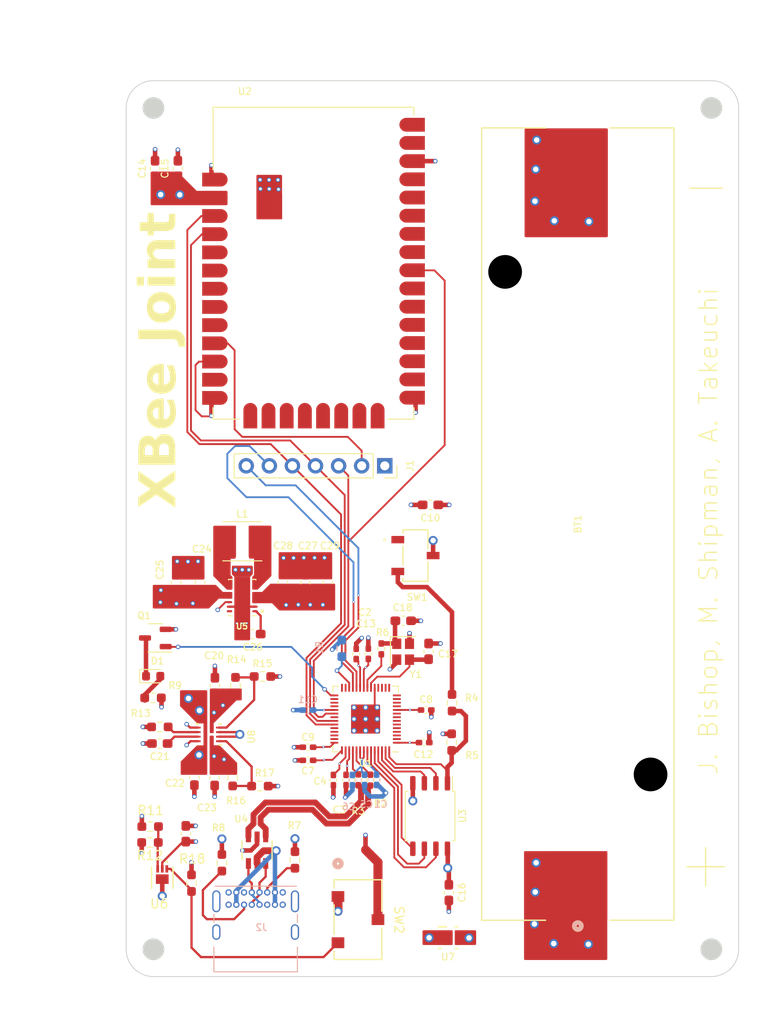
<source format=kicad_pcb>
(kicad_pcb (version 20221018) (generator pcbnew)
  (layers (0 "F.Cu" signal) (1 "In1.Cu" signal) (2 "In2.Cu" signal) (31 "B.Cu" signal) (34 "B.Paste" user) (35 "F.Paste" user) (36 "B.SilkS" user "B.Silkscreen") (37 "F.SilkS" user "F.Silkscreen") (38 "B.Mask" user) (39 "F.Mask" user) (44 "Edge.Cuts" user))
  (net 0 "")
  (net 1 "+BATT")
  (net 2 "GND")
  (net 3 "+1V1")
  (net 4 "+3V3")
  (net 5 "/XIN")
  (net 6 "Net-(C18-Pad2)")
  (net 7 "VCC")
  (net 8 "VBUS")
  (net 9 "Net-(U8-SS)")
  (net 10 "Net-(D1-K)")
  (net 11 "Net-(D1-A)")
  (net 12 "/XBEE_DTR")
  (net 13 "/XBEE_RTS")
  (net 14 "/XBEE_DIN")
  (net 15 "/XBEE_DOUT")
  (net 16 "/RP_SWD")
  (net 17 "/RP_SWCLK")
  (net 18 "Net-(J2-CC1)")
  (net 19 "Net-(J2-D+-PadA6)")
  (net 20 "Net-(J2-D--PadA7)")
  (net 22 "Net-(J2-CC2)")
  (net 24 "Net-(U5-L1_8)")
  (net 25 "Net-(U5-L2_6)")
  (net 26 "/LED")
  (net 27 "/USB_D+")
  (net 28 "Net-(U1-USB_DP)")
  (net 29 "/USB_D-")
  (net 30 "Net-(U1-USB_DM)")
  (net 31 "Net-(SW1-B)")
  (net 32 "/QSPI_SS")
  (net 33 "/XOUT")
  (net 34 "Net-(U8-ILM)")
  (net 35 "Net-(U8-PR1)")
  (net 36 "Net-(U8-CP2)")
  (net 64 "/QSPI_SD3")
  (net 65 "/QSPI_SCLK")
  (net 66 "/QSPI_SD0")
  (net 67 "/QSPI_SD2")
  (net 68 "/QSPI_SD1")
  (net 88 "Net-(U5-VINA)")
  (net 89 "Net-(U1-RUN)")
  (net 90 "Net-(U6-IN+)")
  (net 91 "Net-(SW2-C)")
  (net 92 "/LVC_CUTOFF")
  (footprint "Resistor_SMD:R_0402_1005Metric_Pad0.72x0.64mm_HandSolder" (layer "F.Cu") (at 107.95 102.61 90)
    (fp_text reference "R2")
    (fp_text value "27Ω")
  )
  (footprint "Capacitor_SMD:C_0603_1608Metric_Pad1.08x0.95mm_HandSolder" (layer "F.Cu") (at 89.21 80.86 90)
    (fp_text reference "C24")
    (fp_text value "10uF")
  )
  (footprint "Resistor_SMD:R_0603_1608Metric_Pad0.98x0.95mm_HandSolder" (layer "F.Cu") (at 99.65 111.3775 -90)
    (fp_text reference "R7")
    (fp_text value "5.1K")
  )
  (footprint "Resistor_SMD:R_0603_1608Metric_Pad0.98x0.95mm_HandSolder" (layer "F.Cu") (at 91.61 111.69 90)
    (fp_text reference "R8")
    (fp_text value "5.1K")
  )
  (footprint "BITSv5:1042_KEY" (layer "F.Cu") (at 130.77 74.46 90)
    (fp_text reference "BT1")
    (fp_text value "1S1P LiPo")
  )
  (footprint "Connector_PinSocket_2.54mm:PinSocket_1x07_P2.54mm_Vertical" (layer "F.Cu") (at 109.53 68.055 -90)
    (fp_text reference "J1")
    (fp_text value "Conn_01x07")
  )
  (footprint "Resistor_SMD:R_0603_1608Metric_Pad0.98x0.95mm_HandSolder" (layer "F.Cu") (at 96.074999 91.215)
    (fp_text reference "R15")
    (fp_text value "10K")
  )
  (footprint "Capacitor_SMD:C_0603_1608Metric_Pad1.08x0.95mm_HandSolder" (layer "F.Cu") (at 114.5525 72.35 180)
    (fp_text reference "C10")
    (fp_text value "10uF")
  )
  (footprint "Capacitor_SMD:C_0402_1005Metric_Pad0.74x0.62mm_HandSolder" (layer "F.Cu") (at 101.08 100.43 180)
    (fp_text reference "C7")
    (fp_text value "100nF")
  )
  (footprint "Resistor_SMD:R_0603_1608Metric_Pad0.98x0.95mm_HandSolder" (layer "F.Cu") (at 95.794999 103.265)
    (fp_text reference "R17")
    (fp_text value "22K")
  )
  (footprint "Resistor_SMD:R_0603_1608Metric_Pad0.98x0.95mm_HandSolder" (layer "F.Cu") (at 84.784999 96.755 180)
    (fp_text reference "R13")
    (fp_text value "46.4K")
  )
  (footprint "Resistor_SMD:R_0603_1608Metric_Pad0.98x0.95mm_HandSolder" (layer "F.Cu") (at 93.104999 92.225 90)
    (fp_text reference "R14")
    (fp_text value "10K")
  )
  (footprint "Capacitor_SMD:C_0603_1608Metric_Pad1.08x0.95mm_HandSolder" (layer "F.Cu") (at 100.79 80.88 90)
    (fp_text reference "C27")
    (fp_text value "22uF")
  )
  (footprint "Capacitor_SMD:C_0603_1608Metric_Pad1.08x0.95mm_HandSolder" (layer "F.Cu") (at 95.015 86.55 180)
    (fp_text reference "C26")
    (fp_text value "100nF")
  )
  (footprint "Resistor_SMD:R_0603_1608Metric_Pad0.98x0.95mm_HandSolder" (layer "F.Cu") (at 92.794999 102.335 -90)
    (fp_text reference "R16")
    (fp_text value "10K")
  )
  (footprint "Capacitor_SMD:C_0402_1005Metric_Pad0.74x0.62mm_HandSolder" (layer "F.Cu") (at 101.08 98.99 180)
    (fp_text reference "C9")
    (fp_text value "100nF")
  )
  (footprint "Capacitor_SMD:C_0402_1005Metric_Pad0.74x0.62mm_HandSolder" (layer "F.Cu") (at 103.88 102.6075 -90)
    (fp_text reference "C4")
    (fp_text value "1uF")
  )
  (footprint "Inductor_SMD:L_Coilcraft_XxL4040" (layer "F.Cu") (at 93.86 76.35)
    (fp_text reference "L1")
    (fp_text value "1.5uH")
  )
  (footprint "BITSv5:CAS-120TB_NDC-M" (layer "F.Cu") (at 112.9051 77.92 -90)
    (fp_text reference "SW1")
    (fp_text value "~")
  )
  (footprint "BITSv5:CL-SB-12B-01_NDC" (layer "F.Cu") (at 106.5781 117.939998 -90)
    (fp_text reference "SW2")
    (fp_text value "SLIDE")
  )
  (footprint "Capacitor_SMD:C_0603_1608Metric_Pad1.08x0.95mm_HandSolder" (layer "F.Cu") (at 88.584999 102.295 -90)
    (fp_text reference "C22")
    (fp_text value "1uF")
  )
  (footprint "BITSv5:SOT23-6L_STM-M" (layer "F.Cu") (at 95.479999 110.307549 -90)
    (fp_text reference "U4")
    (fp_text value "USBLC6-2SC6")
  )
  (footprint "Capacitor_SMD:C_0402_1005Metric_Pad0.74x0.62mm_HandSolder" (layer "F.Cu") (at 113.86 98.48)
    (fp_text reference "C12")
    (fp_text value "100nF")
  )
  (footprint "Capacitor_SMD:C_0603_1608Metric_Pad1.08x0.95mm_HandSolder" (layer "F.Cu") (at 84.774999 98.585 180)
    (fp_text reference "C21")
    (fp_text value "1uF")
  )
  (footprint "Resistor_SMD:R_0402_1005Metric_Pad0.72x0.64mm_HandSolder" (layer "F.Cu") (at 109.15 88.18 -90)
    (fp_text reference "R6")
    (fp_text value "1K")
  )
  (footprint "Capacitor_SMD:C_0603_1608Metric_Pad1.08x0.95mm_HandSolder" (layer "F.Cu") (at 114.35 88.45 -90)
    (fp_text reference "C17")
    (fp_text value "10pF")
  )
  (footprint "BITSv5:XCVR_XBP9X-DMUS-001" (layer "F.Cu") (at 101.69 45.7825)
    (fp_text reference "U2")
    (fp_text value "XBee_SMT")
  )
  (footprint "Resistor_SMD:R_0603_1608Metric_Pad0.98x0.95mm_HandSolder" (layer "F.Cu") (at 83.72 107.71)
    (fp_text reference "R11")
    (fp_text value "1.05M")
  )
  (footprint "Capacitor_SMD:C_0603_1608Metric_Pad1.08x0.95mm_HandSolder" (layer "F.Cu") (at 90.844999 92.215 90)
    (fp_text reference "C20")
    (fp_text value "10uF")
  )
  (footprint "BITSv5:DFN-3_DC_LIT" (layer "F.Cu") (at 85.05 113.3169 -90)
    (fp_text reference "U6")
    (fp_text value "LT6703CDC-3")
  )
  (footprint "Resistor_SMD:R_0603_1608Metric_Pad0.98x0.95mm_HandSolder" (layer "F.Cu") (at 83.7 109.46 180)
    (fp_text reference "R12")
    (fp_text value "154K")
  )
  (footprint "Capacitor_SMD:C_0603_1608Metric_Pad1.08x0.95mm_HandSolder" (layer "F.Cu") (at 111.56 85.09 180)
    (fp_text reference "C18")
    (fp_text value "10pF")
  )
  (footprint "Capacitor_SMD:C_0603_1608Metric_Pad1.08x0.95mm_HandSolder" (layer "F.Cu") (at 103.26 80.86 90)
    (fp_text reference "C29")
    (fp_text value "22uF")
  )
  (footprint "Capacitor_SMD:C_0402_1005Metric_Pad0.74x0.62mm_HandSolder" (layer "F.Cu") (at 107.72 88.7125 90)
    (fp_text reference "C13")
    (fp_text value "100nF")
  )
  (footprint "Capacitor_SMD:C_0603_1608Metric_Pad1.08x0.95mm_HandSolder" (layer "F.Cu") (at 86.59 80.87 90)
    (fp_text reference "C25")
    (fp_text value "10uF")
  )
  (footprint "Resistor_SMD:R_0603_1608Metric_Pad0.98x0.95mm_HandSolder" (layer "F.Cu") (at 84.03 93.56 180)
    (fp_text reference "R9")
    (fp_text value "470")
  )
  (footprint "Capacitor_SMD:C_0603_1608Metric_Pad1.08x0.95mm_HandSolder" (layer "F.Cu") (at 87.64 108.5 90)
    (fp_text reference "C19" hide)
    (fp_text value "1uF")
  )
  (footprint "Resistor_SMD:R_0402_1005Metric_Pad0.72x0.64mm_HandSolder" (layer "F.Cu") (at 106.62 102.57 90)
    (fp_text reference "R3")
    (fp_text value "27Ω")
  )
  (footprint "Capacitor_SMD:C_0402_1005Metric_Pad0.74x0.62mm_HandSolder" (layer "F.Cu") (at 114.08 94.9)
    (fp_text reference "C8")
    (fp_text value "100nF")
  )
  (footprint "Capacitor_SMD:C_0603_1608Metric_Pad1.08x0.95mm_HandSolder" (layer "F.Cu") (at 98.33 80.84 90)
    (fp_text reference "C28")
    (fp_text value "22uF")
  )
  (footprint "Capacitor_SMD:C_0603_1608Metric_Pad1.08x0.95mm_HandSolder" (layer "F.Cu") (at 84.26 35.38 90)
    (fp_text reference "C14")
    (fp_text value "1uF")
  )
  (footprint "Crystal:Crystal_SMD_2520-4Pin_2.5x2.0mm" (layer "F.Cu") (at 111.55 88.49 -90)
    (fp_text reference "Y1")
    (fp_text value "12MHz")
  )
  (footprint "Package_SO:SOIC-8_5.23x5.23mm_P1.27mm" (layer "F.Cu") (at 114.52 106.55 -90)
    (fp_text reference "U3")
    (fp_text value "W25Q128JVS")
  )
  (footprint "Resistor_SMD:R_0603_1608Metric_Pad0.98x0.95mm_HandSolder" (layer "F.Cu") (at 116.93 94.1 -90)
    (fp_text reference "R4")
    (fp_text value "1K")
  )
  (footprint "BITSv5:RP2040-QFN-56" (layer "F.Cu") (at 107.42 95.8925 180)
    (fp_text reference "U1")
    (fp_text value "MCU_RaspberryPi_RP2040_RP2040")
  )
  (footprint "Capacitor_SMD:C_0603_1608Metric_Pad1.08x0.95mm_HandSolder" (layer "F.Cu") (at 90.814999 102.335 -90)
    (fp_text reference "C23")
    (fp_text value "10uF")
  )
  (footprint "Capacitor_SMD:C_0402_1005Metric_Pad0.74x0.62mm_HandSolder" (layer "F.Cu") (at 105.27 102.595 -90)
    (fp_text reference "C3")
    (fp_text value "1uF")
  )
  (footprint "Resistor_SMD:R_0603_1608Metric_Pad0.98x0.95mm_HandSolder" (layer "F.Cu") (at 116.89 98.43 90)
    (fp_text reference "R5")
    (fp_text value "10K")
  )
  (footprint "BITSv5:IC_TPS63021DSJR" (layer "F.Cu") (at 93.85 82.54 180)
    (fp_text reference "U5")
    (fp_text value "TPS63021DSJR")
  )
  (footprint "Resistor_SMD:R_0603_1608Metric_Pad0.98x0.95mm_HandSolder" (layer "F.Cu") (at 88.27 113.93 -90)
    (fp_text reference "R18")
    (fp_text value "510K")
  )
  (footprint "Capacitor_SMD:C_0402_1005Metric_Pad0.74x0.62mm_HandSolder" (layer "F.Cu") (at 106.39 88.7325 90)
    (fp_text reference "C2")
    (fp_text value "100nF")
  )
  (footprint "LED_SMD:LED_0603_1608Metric" (layer "F.Cu") (at 84.05 91.18)
    (fp_text reference "D1")
    (fp_text value "LED")
  )
  (footprint "BITSv5:TVS1800" (layer "F.Cu") (at 116.49 119.92)
    (fp_text reference "U7")
    (fp_text value "TVS1800DRVR")
  )
  (footprint "Package_TO_SOT_SMD:SOT-23-3" (layer "F.Cu") (at 84.29 86.98 180)
    (fp_text reference "Q1")
    (fp_text value "Q_NMOS_GSD")
  )
  (footprint "Capacitor_SMD:C_0603_1608Metric_Pad1.08x0.95mm_HandSolder" (layer "F.Cu") (at 116.58 114.97 -90)
    (fp_text reference "C16")
    (fp_text value "100nF")
  )
  (footprint "BITSv5:TPS2121" (layer "F.Cu") (at 90.119998 97.58 90)
    (fp_text reference "U8")
    (fp_text value "TPS2121RUXR")
  )
  (footprint "Capacitor_SMD:C_0603_1608Metric_Pad1.08x0.95mm_HandSolder" (layer "F.Cu") (at 86.77 35.38 90)
    (fp_text reference "C15")
    (fp_text value "100pF")
  )
  (footprint "Capacitor_SMD:C_0402_1005Metric_Pad0.74x0.62mm_HandSolder" (layer "B.Cu") (at 108.63 102.57 -90)
    (fp_text reference "C1")
    (fp_text value "100nF")
  )
  (footprint "Capacitor_SMD:C_0402_1005Metric_Pad0.74x0.62mm_HandSolder" (layer "B.Cu") (at 105.97 102.61 -90)
    (fp_text reference "C6")
    (fp_text value "100nF")
  )
  (footprint "Capacitor_SMD:C_0402_1005Metric_Pad0.74x0.62mm_HandSolder" (layer "B.Cu") (at 107.31 102.58 -90)
    (fp_text reference "C5")
    (fp_text value "100nF")
  )
  (footprint "Resistor_SMD:R_0603_1608Metric_Pad0.98x0.95mm_HandSolder" (layer "B.Cu") (at 104.8 88.12 -90)
    (fp_text reference "R1")
    (fp_text value "10K")
  )
  (footprint "Capacitor_SMD:C_0402_1005Metric_Pad0.74x0.62mm_HandSolder" (layer "B.Cu") (at 101.0675 94.9075 180)
    (fp_text reference "C11")
    (fp_text value "100nF")
  )
  (footprint "Connector_USB:USB_C_Receptacle_GCT_USB4085" (layer "B.Cu") (at 98.3 114.95 180)
    (fp_text reference "J2")
    (fp_text value "USB_C_Receptacle_USB2.0")
  )
  (gr_line (start 142.765 112.12) (end 146.895 112.12) (stroke (width 0.15)) (layer "F.SilkS"))
  (gr_line (start 143.09 37.54) (end 146.67 37.54) (stroke (width 0.15)) (layer "F.SilkS"))
  (gr_line (start 144.83 110.055) (end 144.83 114.185) (stroke (width 0.15)) (layer "F.SilkS"))
  (gr_circle (center 145.46 121.2) (end 146.61 121.2) (stroke (width 0.1)) (fill solid) (layer "Edge.Cuts"))
  (gr_arc (start 81.08 28.72) (mid 81.95868 26.59868) (end 84.08 25.72) (stroke (width 0.1)) (layer "Edge.Cuts"))
  (gr_line (start 145.46 124.2) (end 84.08 124.2) (stroke (width 0.1)) (layer "Edge.Cuts"))
  (gr_line (start 148.46 28.72) (end 148.46 121.2) (stroke (width 0.1)) (layer "Edge.Cuts"))
  (gr_circle (center 145.46 28.72) (end 146.61 28.72) (stroke (width 0.1)) (fill solid) (layer "Edge.Cuts"))
  (gr_line (start 81.08 121.2) (end 81.08 28.72) (stroke (width 0.1)) (layer "Edge.Cuts"))
  (gr_circle (center 84.08 121.2) (end 85.23 121.2) (stroke (width 0.1)) (fill solid) (layer "Edge.Cuts"))
  (gr_arc (start 148.46 121.2) (mid 147.58132 123.32132) (end 145.46 124.2) (stroke (width 0.1)) (layer "Edge.Cuts"))
  (gr_arc (start 84.08 124.2) (mid 81.95868 123.32132) (end 81.08 121.2) (stroke (width 0.1)) (layer "Edge.Cuts"))
  (gr_line (start 84.08 25.72) (end 145.46 25.72) (stroke (width 0.1)) (layer "Edge.Cuts"))
  (gr_circle (center 84.08 28.72) (end 85.23 28.72) (stroke (width 0.1)) (fill solid) (layer "Edge.Cuts"))
  (gr_arc (start 145.46 25.72) (mid 147.58132 26.59868) (end 148.46 28.72) (stroke (width 0.1)) (layer "Edge.Cuts"))
  (gr_text "J. Bishop, M. Shipman, A. Takeuchi" (at 146.31 102.14 90) (layer "F.SilkS") (effects (font (size 2 2)) (justify left bottom)))
  (gr_text "XBee Joint" (at 87.17 72.76 90) (layer "F.SilkS") (effects (font (size 4 4) (thickness 0.4) bold) (justify left bottom)))
  (via (at 131.93 120.65) (size 1) (drill 0.6) (layers "F.Cu" "B.Cu") (net 1))
  (via (at 90.744999 95.185) (size 0.5) (drill 0.3) (layers "F.Cu" "B.Cu") (net 1))
  (via (at 128.12 120.57) (size 1) (drill 0.6) (layers "F.Cu" "B.Cu") (net 1))
  (via (at 125.99 118.42) (size 1) (drill 0.6) (layers "F.Cu" "B.Cu") (net 1))
  (via (at 91.724999 94.385) (size 0.5) (drill 0.3) (layers "F.Cu" "B.Cu") (net 1))
  (via (at 126.18 111.69) (size 1) (drill 0.6) (layers "F.Cu" "B.Cu") (net 1))
  (via (at 126.08 114.91) (size 1) (drill 0.6) (layers "F.Cu" "B.Cu") (net 1))
  (via (at 118.8 119.95) (size 1) (drill 0.6) (layers "F.Cu" "B.Cu") (net 1))
  (segment (start 98 91.215) (end 96.987499 91.215) (width 0.5) (layer "F.Cu") (net 2))
  (segment (start 112.4125 72.35) (end 113.69 72.35) (width 0.5) (layer "F.Cu") (net 2))
  (segment (start 113.5 85.09) (end 112.4225 85.09) (width 0.5) (layer "F.Cu") (net 2))
  (segment (start 114.4275 97.3575) (end 114.4275 98.48) (width 0.5) (layer "F.Cu") (net 2))
  (segment (start 92.45 83.54) (end 93.35 83.54) (width 0.25) (layer "F.Cu") (net 2))
  (segment (start 99.54 98.99) (end 100.5125 98.99) (width 0.5) (layer "F.Cu") (net 2))
  (segment (start 84.26 33.26) (end 84.26 34.5175) (width 0.5) (layer "F.Cu") (net 2))
  (segment (start 82.7875 110.6425) (end 82.7875 109.46) (width 0.5) (layer "F.Cu") (net 2))
  (segment (start 112.615 104.885) (end 112.615 102.95) (width 0.5) (layer "F.Cu") (net 2))
  (segment (start 93.584999 97.575) (end 93.329999 97.83) (width 0.25) (layer "F.Cu") (net 2))
  (segment (start 82.91 96.755) (end 83.872499 96.755) (width 0.5) (layer "F.Cu") (net 2))
  (segment (start 110.85 89.365) (end 110.85 89.66) (width 0.5) (layer "F.Cu") (net 2))
  (segment (start 95.479999 109.660246) (end 94.800245 110.34) (width 0.5) (layer "F.Cu") (net 2))
  (segment (start 88.72 107.6375) (end 87.64 107.6375) (width 0.5) (layer "F.Cu") (net 2))
  (segment (start 106.99 86.98) (end 106.39 87.58) (width 0.5) (layer "F.Cu") (net 2))
  (segment (start 107.72 86.95) (end 107.72 88.145) (width 0.5) (layer "F.Cu") (net 2))
  (segment (start 85.4275 86.03) (end 86.55 86.03) (width 0.5) (layer "F.Cu") (net 2))
  (segment (start 115.6625 87.5875) (end 114.35 87.5875) (width 0.5) (layer "F.Cu") (net 2))
  (segment (start 108.42 92.455) (end 108.42 94.3425) (width 0.2) (layer "F.Cu") (net 2))
  (segment (start 85.05 115.35) (end 85.05 113.4919) (width 0.5) (layer "F.Cu") (net 2))
  (segment (start 91.61 109.07) (end 91.61 110.7775) (width 0.5) (layer "F.Cu") (net 2))
  (segment (start 86.77 33.31) (end 86.77 34.5175) (width 0.5) (layer "F.Cu") (net 2))
  (segment (start 88.71 56.98) (end 88.71 61.94) (width 0.2) (layer "F.Cu") (net 2))
  (segment (start 88.97 96.829999) (end 88.109998 96.829999) (width 0.25) (layer "F.Cu") (net 2))
  (segment (start 93.339999 97.33) (end 91.269998 97.33) (width 0.25) (layer "F.Cu") (net 2))
  (segment (start 104.379999 115.399998) (end 104.379999 117.030002) (width 1) (layer "F.Cu") (net 2))
  (segment (start 90.844999 90.054999) (end 90.844999 91.3525) (width 0.5) (layer "F.Cu") (net 2))
  (segment (start 89.09 56.6) (end 88.71 56.98) (width 0.2) (layer "F.Cu") (net 2))
  (segment (start 88.71 61.94) (end 89.39 62.62) (width 0.2) (layer "F.Cu") (net 2))
  (segment (start 88.97 98.330001) (end 88.159998 98.330001) (width 0.25) (layer "F.Cu") (net 2))
  (segment (start 82.92 98.585) (end 83.912499 98.585) (width 0.5) (layer "F.Cu") (net 2))
  (segment (start 89.39 62.62) (end 90.4 62.62) (width 0.2) (layer "F.Cu") (net 2))
  (segment (start 88.584999 104.424999) (end 88.584999 103.1575) (width 0.5) (layer "F.Cu") (net 2))
  (segment (start 114.8474 76.2626) (end 114.8474 77.92) (width 0.5) (layer "F.Cu") (net 2))
  (segment (start 90.4 62.62) (end 90.46 62.56) (width 0.2) (layer "F.Cu") (net 2))
  (segment (start 88.109998 96.829999) (end 87.734999 96.455) (width 0.25) (layer "F.Cu") (net 2))
  (segment (start 90.814999 104.434999) (end 90.814999 103.1975) (width 0.5) (layer "F.Cu") (net 2))
  (segment (start 106.39 87.58) (end 106.39 88.165) (width 0.5) (layer "F.Cu") (net 2))
  (segment (start 90.255665 56.5925) (end 90.248165 56.6) (width 0.2) (layer "F.Cu") (net 2))
  (segment (start 90.248165 56.6) (end 89.09 56.6) (width 0.2) (layer "F.Cu") (net 2))
  (segment (start 112.92 34.5625) (end 115.0775 34.5625) (width 0.5) (layer "F.Cu") (net 2))
  (segment (start 112.25 86.45) (end 112.25 87.615) (width 0.5) (layer "F.Cu") (net 2))
  (segment (start 105.27 104.42) (end 105.18 104.51) (width 0.5) (layer "F.Cu") (net 2))
  (segment (start 90.46 62.56) (end 90.46 60.5925) (width 0.5) (layer "F.Cu") (net 2))
  (segment (start 97.78 103.265) (end 96.707499 103.265) (width 0.5) (layer "F.Cu") (net 2))
  (segment (start 99.65 110.465) (end 99.65 109.0475) (width 0.5) (layer "F.Cu") (net 2))
  (segment (start 88.159998 98.330001) (end 87.734999 98.755) (width 0.25) (layer "F.Cu") (net 2))
  (segment (start 90.46 35.01) (end 90.46 36.5925) (width 0.5) (layer "F.Cu") (net 2))
  (segment (start 90.46 56.5925) (end 90.255665 56.5925) (width 0.2) (layer "F.Cu") (net 2))
  (segment (start 95.479999 108.845098) (end 95.479999 109.660246) (width 0.5) (layer "F.Cu") (net 2))
  (segment (start 103.88 103.175) (end 103.88 104.46) (width 0.5) (layer "F.Cu") (net 2))
  (segment (start 94.800245 110.34) (end 93.87 110.34) (width 0.5) (layer "F.Cu") (net 2))
  (segment (start 116.58 117.06) (end 116.58 115.8325) (width 0.5) (layer "F.Cu") (net 2))
  (segment (start 108.42 94.3425) (end 108.695 94.6175) (width 0.2) (layer "F.Cu") (net 2))
  (segment (start 105.27 103.1625) (end 105.27 104.42) (width 0.5) (layer "F.Cu") (net 2))
  (segment (start 95.25 83.54) (end 94.35 83.54) (width 0.25) (layer "F.Cu") (net 2))
  (segment (start 99.64 100.43) (end 100.5125 100.43) (width 0.5) (layer "F.Cu") (net 2))
  (segment (start 115.0775 34.5625) (end 115.08 34.56) (width 0.5) (layer "F.Cu") (net 2))
  (segment (start 103.88 104.46) (end 103.84 104.5) (width 0.5) (layer "F.Cu") (net 2))
  (segment (start 110.85 89.66) (end 110.09 90.42) (width 0.5) (layer "F.Cu") (net 2))
  (segment (start 112.92 62.2) (end 112.92 60.5625) (width 0.5) (layer "F.Cu") (net 2))
  (segment (start 93.584999 97.575) (end 93.339999 97.33) (width 0.25) (layer "F.Cu") (net 2))
  (segment (start 93.329999 97.83) (end 91.269998 97.83) (width 0.25) (layer "F.Cu") (net 2))
  (segment (start 114.6475 95.6725) (end 114.6475 94.9) (width 0.5) (layer "F.Cu") (net 2))
  (via (at 95.85 37.61) (size 0.5) (drill 0.3) (layers "F.Cu" "B.Cu") (net 2))
  (via (at 112.92 62.2) (size 0.5) (drill 0.3) (layers "F.Cu" "B.Cu") (net 2))
  (via (at 106.99 86.98) (size 0.5) (drill 0.3) (layers "F.Cu" "B.Cu") (net 2))
  (via (at 97.84 37.66) (size 0.5) (drill 0.3) (layers "F.Cu" "B.Cu") (net 2))
  (via (at 102.895 78.16) (size 0.5) (drill 0.3) (layers "F.Cu" "B.Cu") (net 2))
  (via (at 109.65 104.02) (size 0.5) (drill 0.3) (layers "F.Cu" "B.Cu") (net 2))
  (via (at 112.4125 72.35) (size 0.5) (drill 0.3) (layers "F.Cu" "B.Cu") (net 2))
  (via (at 86.695 78.56) (size 0.5) (drill 0.3) (layers "F.Cu" "B.Cu") (net 2))
  (via (at 105.18 104.51) (size 0.5) (drill 0.3) (layers "F.Cu" "B.Cu") (net 2))
  (via (at 97.78 103.265) (size 0.5) (drill 0.3) (layers "F.Cu" "B.Cu") (net 2))
  (via (at 96.8 36.62) (size 0.5) (drill 0.3) (layers "F.Cu" "B.Cu") (net 2))
  (via (at 131.99 41.2) (size 1) (drill 0.6) (layers "F.Cu" "B.Cu") (net 2))
  (via (at 126.24 32.24) (size 1) (drill 0.6) (layers "F.Cu" "B.Cu") (net 2))
  (via (at 126.05 38.97) (size 1) (drill 0.6) (layers "F.Cu" "B.Cu") (net 2))
  (via (at 85.05 115.35) (size 1) (drill 0.6) (layers "F.Cu" "B.Cu") (net 2))
  (via (at 116.58 117.06) (size 0.5) (drill 0.3) (layers "F.Cu" "B.Cu") (net 2))
  (via (at 114.8474 76.2626) (size 1) (drill 0.6) (layers "F.Cu" "B.Cu") (net 2))
  (via (at 88.584999 104.424999) (size 0.5) (drill 0.3) (layers "F.Cu" "B.Cu") (net 2))
  (via (at 99.65 109.0475) (size 1) (drill 0.6) (layers "F.Cu" "B.Cu") (net 2))
  (via (at 99.54 98.99) (size 0.5) (drill 0.3) (layers "F.Cu" "B.Cu") (net 2))
  (via (at 93.584999 97.575) (size 1) (drill 0.6) (layers "F.Cu" "B.Cu") (net 2))
  (via (at 90.46 35.01) (size 0.5) (drill 0.3) (layers "F.Cu" "B.Cu") (net 2))
  (via (at 95.82 36.61) (size 0.5) (drill 0.3) (layers "F.Cu" "B.Cu") (net 2))
  (via (at 93.855 79.48) (size 0.5) (drill 0.3) (layers "F.Cu" "B.Cu") (net 2))
  (via (at 96.82 37.62) (size 0.5) (drill 0.3) (layers "F.Cu" "B.Cu") (net 2))
  (via (at 112.615 104.885) (size 1) (drill 0.6) (layers "F.Cu" "B.Cu") (net 2))
  (via (at 98.395 78.18) (size 0.5) (drill 0.3) (layers "F.Cu" "B.Cu") (net 2))
  (via (at 128.18 41.12) (size 1) (drill 0.6) (layers "F.Cu" "B.Cu") (net 2))
  (via (at 101.805 78.16) (size 0.5) (drill 0.3) (layers "F.Cu" "B.Cu") (net 2))
  (via (at 91.61 109.07) (size 1) (drill 0.6) (layers "F.Cu" "B.Cu") (net 2))
  (via (at 90.46 62.56) (size 0.5) (drill 0.3) (layers "F.Cu" "B.Cu") (net 2))
  (via (at 114.6475 95.6725) (size 0.5) (drill 0.3) (layers "F.Cu" "B.Cu") (net 2))
  (via (at 86.55 86.03) (size 0.5) (drill 0.3) (layers "F.Cu" "B.Cu") (net 2))
  (via (at 93.805 85.37) (size 0.25) (drill 0.15) (layers "F.Cu" "B.Cu") (net 2))
  (via (at 115.08 34.56) (size 0.5) (drill 0.3) (layers "F.Cu" "B.Cu") (net 2))
  (via (at 99.64 100.43) (size 0.5) (drill 0.3) (layers "F.Cu" "B.Cu") (net 2))
  (via (at 90.814999 104.434999) (size 0.5) (drill 0.3) (layers "F.Cu" "B.Cu") (net 2))
  (via (at 82.91 96.755) (size 0.5) (drill 0.3) (layers "F.Cu" "B.Cu") (net 2))
  (via (at 94.575 79.49) (size 0.5) (drill 0.3) (layers "F.Cu" "B.Cu") (net 2))
  (via (at 107.72 86.95) (size 0.5) (drill 0.3) (layers "F.Cu" "B.Cu") (net 2))
  (via (at 114.4275 97.3575) (size 0.5) (drill 0.3) (layers "F.Cu" "B.Cu") (net 2))
  (via (at 99.4525 94.9075) (size 0.5) (drill 0.3) (layers "F.Cu" "B.Cu") (net 2))
  (via (at 99.495 78.18) (size 0.5) (drill 0.3) (layers "F.Cu" "B.Cu") (net 2))
  (via (at 114.41 119.93) (size 1) (drill 0.6) (layers "F.Cu" "B.Cu") (net 2))
  (via (at 87.734999 96.455) (size 0.5) (drill 0.3) (layers "F.Cu" "B.Cu") (net 2))
  (via (at 82.7875 110.6425) (size 0.5) (drill 0.3) (layers "F.Cu" "B.Cu") (net 2))
  (via (at 88.985 78.56) (size 0.5) (drill 0.3) (layers "F.Cu" "B.Cu") (net 2))
  (via (at 97.78 36.62) (size 0.5) (drill 0.3) (layers "F.Cu" "B.Cu") (net 2))
  (via (at 87.734999 98.755) (size 0.5) (drill 0.3) (layers "F.Cu" "B.Cu") (net 2))
  (via (at 93.235 85.37) (size 0.25) (drill 0.15) (layers "F.Cu" "B.Cu") (net 2))
  (via (at 104.379999 117.030002) (size 1) (drill 0.6) (layers "F.Cu" "B.Cu") (net 2))
  (via (at 86.77 33.31) (size 0.5) (drill 0.3) (layers "F.Cu" "B.Cu") (net 2))
  (via (at 112.25 86.45) (size 0.5) (drill 0.3) (layers "F.Cu" "B.Cu") (net 2))
  (via (at 113.5 85.09) (size 0.5) (drill 0.3) (layers "F.Cu" "B.Cu") (net 2))
  (via (at 84.26 33.26) (size 0.5) (drill 0.3) (layers "F.Cu" "B.Cu") (net 2))
  (via (at 87.875 78.58) (size 0.5) (drill 0.3) (layers "F.Cu" "B.Cu") (net 2))
  (via (at 103.84 104.5) (size 0.5) (drill 0.3) (layers "F.Cu" "B.Cu") (net 2))
  (via (at 93.105 79.48) (size 0.5) (drill 0.3) (layers "F.Cu" "B.Cu") (net 2))
  (via (at 93.87 110.34) (size 0.5) (drill 0.3) (layers "F.Cu" "B.Cu") (net 2))
  (via (at 100.625 78.16) (size 0.5) (drill 0.3) (layers "F.Cu" "B.Cu") (net 2))
  (via (at 94.355 85.36) (size 0.25) (drill 0.15) (layers "F.Cu" "B.Cu") (net 2))
  (via (at 88.72 107.6375) (size 0.5) (drill 0.3) (layers "F.Cu" "B.Cu") (net 2))
  (via (at 82.92 98.585) (size 0.5) (drill 0.3) (layers "F.Cu" "B.Cu") (net 2))
  (via (at 115.6625 87.5875) (size 0.5) (drill 0.3) (layers "F.Cu" "B.Cu") (net 2))
  (via (at 98 91.215) (size 0.5) (drill 0.3) (layers "F.Cu" "B.Cu") (net 2))
  (via (at 126.14 35.46) (size 1) (drill 0.6) (layers "F.Cu" "B.Cu") (net 2))
  (via (at 90.844999 90.054999) (size 0.5) (drill 0.3) (layers "F.Cu" "B.Cu") (net 2))
  (via (at 110.09 90.42) (size 0.5) (drill 0.3) (layers "F.Cu" "B.Cu") (net 2))
  (segment (start 108.7675 103.1375) (end 109.65 104.02) (width 0.5) (layer "B.Cu") (net 2))
  (segment (start 105.97 103.72) (end 105.18 104.51) (width 0.5) (layer "B.Cu") (net 2))
  (segment (start 105.97 103.1775) (end 105.97 103.72) (width 0.5) (layer "B.Cu") (net 2))
  (segment (start 107.31 103.8) (end 107.31 103.1475) (width 0.5) (layer "B.Cu") (net 2))
  (segment (start 99.4525 94.9075) (end 100.5 94.9075) (width 0.5) (layer "B.Cu") (net 2))
  (segment (start 109.65 104.02) (end 109.27 104.4) (width 0.5) (layer "B.Cu") (net 2))
  (segment (start 108.63 103.1375) (end 108.7675 103.1375) (width 0.5) (layer "B.Cu") (net 2))
  (segment (start 107.91 104.4) (end 107.31 103.8) (width 0.5) (layer "B.Cu") (net 2))
  (segment (start 109.27 104.4) (end 107.91 104.4) (width 0.5) (layer "B.Cu") (net 2))
  (segment (start 105.62 100.275685) (end 105.62 99.33) (width 0.2) (layer "F.Cu") (net 3))
  (segment (start 105.39 101.05) (end 105.39 100.505685) (width 0.2) (layer "F.Cu") (net 3))
  (segment (start 107.62 100.65) (end 107.62 99.33) (width 0.2) (layer "F.Cu") (net 3))
  (segment (start 106.82 90.21) (end 106.82 92.455) (width 0.2) (layer "F.Cu") (net 3))
  (segment (start 106.39 89.3) (end 106.63 89.54) (width 0.2) (layer "F.Cu") (net 3))
  (segment (start 105.39 100.505685) (end 105.62 100.275685) (width 0.2) (layer "F.Cu") (net 3))
  (segment (start 106.63 90.02) (end 106.82 90.21) (width 0.2) (layer "F.Cu") (net 3))
  (segment (start 107.53 100.74) (end 107.62 100.65) (width 0.2) (layer "F.Cu") (net 3))
  (segment (start 105.39 101.9075) (end 105.39 101.05) (width 0.2) (layer "F.Cu") (net 3))
  (segment (start 105.27 102.0275) (end 105.39 101.9075) (width 0.2) (layer "F.Cu") (net 3))
  (segment (start 106.63 89.54) (end 106.63 90.02) (width 0.2) (layer "F.Cu") (net 3))
  (via (at 105.39 101.05) (size 0.25) (drill 0.15) (layers "F.Cu" "B.Cu") (net 3))
  (via (at 106.63 90.02) (size 0.25) (drill 0.15) (layers "F.Cu" "B.Cu") (net 3))
  (via (at 107.53 100.74) (size 0.25) (drill 0.15) (layers "F.Cu" "B.Cu") (net 3))
  (segment (start 107.63 100.74) (end 108.63 101.74) (width 0.2) (layer "B.Cu") (net 3))
  (segment (start 108.63 101.74) (end 108.63 102.0025) (width 0.2) (layer "B.Cu") (net 3))
  (segment (start 107.53 100.74) (end 107.63 100.74) (width 0.2) (layer "B.Cu") (net 3))
  (segment (start 116.58 112.39) (end 116.46 112.27) (width 0.5) (layer "F.Cu") (net 4))
  (segment (start 107.22 90.43) (end 107.22 92.455) (width 0.2) (layer "F.Cu") (net 4))
  (segment (start 112.3075 94.8925) (end 113.505 94.8925) (width 0.2) (layer "F.Cu") (net 4))
  (segment (start 103.9825 94.8925) (end 102.8375 94.8925) (width 0.2) (layer "F.Cu") (net 4))
  (segment (start 102.74 98.99) (end 102.78 98.95) (width 0.2) (layer "F.Cu") (net 4))
  (segment (start 107.44 90.21) (end 107.22 90.43) (width 0.2) (layer "F.Cu") (net 4))
  (segment (start 116.58 114.1075) (end 116.58 112.39) (width 0.5) (layer "F.Cu") (net 4))
  (segment (start 102.86 100.38) (end 103.77 100.38) (width 0.2) (layer "F.Cu") (net 4))
  (segment (start 116.46 112.27) (end 116.46 110.185) (width 0.5) (layer "F.Cu") (net 4))
  (segment (start 116.46 110.185) (end 116.425 110.15) (width 0.5) (layer "F.Cu") (net 4))
  (segment (start 104.54 101.38) (end 103.88 102.04) (width 0.2) (layer "F.Cu") (net 4))
  (segment (start 107.44 90.21) (end 107.46 90.21) (width 0.2) (layer "F.Cu") (net 4))
  (segment (start 102.78 98.95) (end 103.525 98.95) (width 0.2) (layer "F.Cu") (net 4))
  (segment (start 112.2825 98.4925) (end 113.265 98.4925) (width 0.2) (layer "F.Cu") (net 4))
  (segment (start 102.8375 94.8925) (end 102.83 94.9) (width 0.2) (layer "F.Cu") (net 4))
  (segment (start 107.72 89.95) (end 107.72 89.28) (width 0.2) (layer "F.Cu") (net 4))
  (segment (start 103.77 100.38) (end 104.82 99.33) (width 0.2) (layer "F.Cu") (net 4))
  (segment (start 106.82 99.33) (end 106.82 100.14) (width 0.2) (layer "F.Cu") (net 4))
  (segment (start 101.6475 98.99) (end 102.74 98.99) (width 0.2) (layer "F.Cu") (net 4))
  (segment (start 103.525 98.95) (end 103.9825 98.4925) (width 0.2) (layer "F.Cu") (net 4))
  (segment (start 107.46 90.21) (end 107.72 89.95) (width 0.2) (layer "F.Cu") (net 4))
  (segment (start 116.6225 72.35) (end 115.415 72.35) (width 0.5) (layer "F.Cu") (net 4))
  (segment (start 107.22 100.1) (end 107 100.32) (width 0.2) (layer "F.Cu") (net 4))
  (segment (start 113.505 94.8925) (end 113.5125 94.9) (width 0.2) (layer "F.Cu") (net 4))
  (segment (start 106.82 100.14) (end 107 100.32) (width 0.2) (layer "F.Cu") (net 4))
  (segment (start 105.22 100.11) (end 104.54 100.79) (width 0.2) (layer "F.Cu") (net 4))
  (segment (start 105.22 99.33) (end 105.22 100.11) (width 0.2) (layer "F.Cu") (net 4))
  (segment (start 112.2825 98.4925) (end 110.8575 98.4925) (width 0.2) (layer "F.Cu") (net 4))
  (segment (start 107.22 99.33) (end 107.22 100.1) (width 0.2) (layer "F.Cu") (net 4))
  (segment (start 115.9075 97.5175) (end 116.89 97.5175) (width 0.5) (layer "F.Cu") (net 4))
  (segment (start 102.81 100.43) (end 102.86 100.38) (width 0.2) (layer "F.Cu") (net 4))
  (segment (start 104.54 100.79) (end 104.54 101.38) (width 0.2) (layer "F.Cu") (net 4))
  (segment (start 101.6475 100.43) (end 102.81 100.43) (width 0.2) (layer "F.Cu") (net 4))
  (segment (start 112.3075 94.8925) (end 110.8575 94.8925) (width 0.2) (layer "F.Cu") (net 4))
  (via (at 98.675 83.35) (size 0.5) (drill 0.3) (layers "F.Cu" "B.Cu") (net 4))
  (via (at 116.46 112.27) (size 1) (drill 0.6) (layers "F.Cu" "B.Cu") (net 4))
  (via (at 103.75 88.25) (size 0.5) (drill 0.3) (layers "F.Cu" "B.Cu") (net 4))
  (via (at 102.78 98.95) (size 0.25) (drill 0.15) (layers "F.Cu" "B.Cu") (net 4))
  (via (at 100.015 83.32) (size 0.5) (drill 0.3) (layers "F.Cu" "B.Cu") (net 4))
  (via (at 107 100.32) (size 0.25) (drill 0.15) (layers "F.Cu" "B.Cu") (net 4))
  (via (at 84.88 38.24) (size 1) (drill 0.6) (layers "F.Cu" "B.Cu") (net 4))
  (via (at 102.715 83.33) (size 0.5) (drill 0.3) (layers "F.Cu" "B.Cu") (net 4))
  (via (at 112.2825 98.4925) (size 0.25) (drill 0.15) (layers "F.Cu" "B.Cu") (net 4))
  (via (at 116.6225 72.35) (size 0.5) (drill 0.3) (layers "F.Cu" "B.Cu") (net 4))
  (via (at 102.83 94.9) (size 0.25) (drill 0.15) (layers "F.Cu" "B.Cu") (net 4))
  (via (at 101.335 83.33) (size 0.5) (drill 0.3) (layers "F.Cu" "B.Cu") (net 4))
  (via (at 86.98 38.26) (size 1) (drill 0.6) (layers "F.Cu" "B.Cu") (net 4))
  (via (at 112.3075 94.8925) (size 0.25) (drill 0.15) (layers "F.Cu" "B.Cu") (net 4))
  (via (at 107.44 90.21) (size 0.25) (drill 0.15) (layers "F.Cu" "B.Cu") (net 4))
  (via (at 104.54 100.79) (size 0.25) (drill 0.15) (layers "F.Cu" "B.Cu") (net 4))
  (via (at 102.86 100.38) (size 0.25) (drill 0.15) (layers "F.Cu" "B.Cu") (net 4))
  (via (at 115.9075 97.5175) (size 0.5) (drill 0.3) (layers "F.Cu" "B.Cu") (net 4))
  (segment (start 103.75 88.25) (end 104.7925 87.2075) (width 0.5) (layer "B.Cu") (net 4))
  (segment (start 107 101.0125) (end 105.97 102.0425) (width 0.2) (layer "B.Cu") (net 4))
  (segment (start 107 101.7025) (end 107.31 102.0125) (width 0.2) (layer "B.Cu") (net 4))
  (segment (start 101.635 94.9075) (end 102.8225 94.9075) (width 0.2) (layer "B.Cu") (net 4))
  (segment (start 107 100.32) (end 107 101.7025) (width 0.2) (layer "B.Cu") (net 4))
  (segment (start 102.8225 94.9075) (end 102.83 94.9) (width 0.2) (layer "B.Cu") (net 4))
  (segment (start 104.7925 87.2075) (end 104.8 87.2075) (width 0.5) (layer "B.Cu") (net 4))
  (segment (start 107 100.32) (end 107 101.0125) (width 0.2) (layer "B.Cu") (net 4))
  (segment (start 108.02 92.455) (end 108.02 91.922525) (width 0.2) (layer "F.Cu") (net 5))
  (segment (start 108.02 91.922525) (end 108.712525 91.23) (width 0.2) (layer "F.Cu") (net 5))
  (segment (start 111.16 91.23) (end 112.25 90.14) (width 0.2) (layer "F.Cu") (net 5))
  (segment (start 112.25 89.365) (end 114.2975 89.365) (width 0.5) (layer "F.Cu") (net 5))
  (segment (start 112.25 90.14) (end 112.25 89.365) (width 0.2) (layer "F.Cu") (net 5))
  (segment (start 114.2975 89.365) (end 114.35 89.3125) (width 0.5) (layer "F.Cu") (net 5))
  (segment (start 108.712525 91.23) (end 111.16 91.23) (width 0.2) (layer "F.Cu") (net 5))
  (segment (start 109.15 87.5825) (end 110.8175 87.5825) (width 0.5) (layer "F.Cu") (net 6))
  (segment (start 110.66 87.425) (end 110.66 85.1275) (width 0.5) (layer "F.Cu") (net 6))
  (segment (start 110.66 85.1275) (end 110.6975 85.09) (width 0.5) (layer "F.Cu") (net 6))
  (segment (start 110.8175 87.5825) (end 110.85 87.615) (width 0.5) (layer "F.Cu") (net 6))
  (segment (start 110.85 87.615) (end 110.66 87.425) (width 0.5) (layer "F.Cu") (net 6))
  (segment (start 87.349598 109.3625) (end 87.64 109.3625) (width 0.25) (layer "F.Cu") (net 7))
  (segment (start 84.97 94.58) (end 84.97 93.5875) (width 0.5) (layer "F.Cu") (net 7))
  (segment (start 85.05 112.364499) (end 85.05 111.662098) (width 0.25) (layer "F.Cu") (net 7))
  (segment (start 88.27 113.0175) (end 88.27 111.63) (width 0.5) (layer "F.Cu") (net 7))
  (segment (start 84.97 93.5875) (end 84.9425 93.56) (width 0.5) (layer "F.Cu") (net 7))
  (segment (start 85.05 111.662098) (end 87.349598 109.3625) (width 0.25) (layer "F.Cu") (net 7))
  (segment (start 88.74 109.3625) (end 87.64 109.3625) (width 0.5) (layer "F.Cu") (net 7))
  (segment (start 82.8075 106.57) (end 82.8075 107.71) (width 0.5) (layer "F.Cu") (net 7))
  (via (at 87.934999 93.625) (size 1) (drill 0.6) (layers "F.Cu" "B.Cu") (net 7))
  (via (at 84.895 81.73) (size 0.5) (drill 0.3) (layers "F.Cu" "B.Cu") (net 7))
  (via (at 88.415 83.18) (size 0.5) (drill 0.3) (layers "F.Cu" "B.Cu") (net 7))
  (via (at 84.97 94.58) (size 0.5) (drill 0.3) (layers "F.Cu" "B.Cu") (net 7))
  (via (at 84.845 83.06) (size 0.5) (drill 0.3) (layers "F.Cu" "B.Cu") (net 7))
  (via (at 89.094999 99.835) (size 1) (drill 0.6) (layers "F.Cu" "B.Cu") (net 7))
  (via (at 86.615 83.21) (size 0.5) (drill 0.3) (layers "F.Cu" "B.Cu") (net 7))
  (via (at 82.8075 106.57) (size 0.5) (drill 0.3) (layers "F.Cu" "B.Cu") (net 7))
  (via (at 88.74 109.3625) (size 0.5) (drill 0.3) (layers "F.Cu" "B.Cu") (net 7))
  (via (at 89.144999 94.945) (size 1) (drill 0.6) (layers "F.Cu" "B.Cu") (net 7))
  (via (at 88.27 111.63) (size 0.5) (drill 0.3) (layers "F.Cu" "B.Cu") (net 7))
  (segment (start 95.479999 111.090001) (end 95.479999 111.77) (width 0.75) (layer "F.Cu") (net 8))
  (segment (start 97.58 110.37) (end 96.2 110.37) (width 0.75) (layer "F.Cu") (net 8))
  (segment (start 96.2 110.37) (end 95.479999 111.090001) (width 0.75) (layer "F.Cu") (net 8))
  (via (at 91.844999 100.325) (size 0.5) (drill 0.3) (layers "F.Cu" "B.Cu") (net 8))
  (via (at 90.754999 99.985) (size 0.5) (drill 0.3) (layers "F.Cu" "B.Cu") (net 8))
  (via (at 97.58 110.37) (size 1) (drill 0.6) (layers "F.Cu" "B.Cu") (net 8))
  (segment (start 93.2 114.75) (end 97.58 110.37) (width 0.5) (layer "B.Cu") (net 8))
  (segment (start 97.45 110.5) (end 97.58 110.37) (width 0.25) (layer "B.Cu") (net 8))
  (segment (start 93.2 114.95) (end 93.2 114.75) (width 0.5) (layer "B.Cu") (net 8))
  (segment (start 97.45 114.95) (end 97.45 110.5) (width 0.5) (layer "B.Cu") (net 8))
  (segment (start 93.2 116.3) (end 93.2 114.95) (width 0.5) (layer "B.Cu") (net 8))
  (segment (start 97.45 116.3) (end 97.45 114.95) (width 0.5) (layer "B.Cu") (net 8))
  (segment (start 88.97 97.83) (end 86.392499 97.83) (width 0.25) (layer "F.Cu") (net 9))
  (segment (start 86.392499 97.83) (end 85.637499 98.585) (width 0.25) (layer "F.Cu") (net 9))
  (segment (start 83.2625 87.09) (end 83.1525 86.98) (width 0.2) (layer "F.Cu") (net 10))
  (segment (start 83.2625 91.18) (end 83.2625 87.09) (width 0.5) (layer "F.Cu") (net 10))
  (segment (start 83.1475 93.2025) (end 84.8375 91.5125) (width 0.5) (layer "F.Cu") (net 11))
  (segment (start 83.1475 93.85) (end 83.1475 93.2025) (width 0.5) (layer "F.Cu") (net 11))
  (segment (start 84.8375 91.5125) (end 84.8375 91.18) (width 0.5) (layer "F.Cu") (net 11))
  (segment (start 105.46 64.87) (end 93.85 64.87) (width 0.2) (layer "F.Cu") (net 12))
  (segment (start 93.01 55.35) (end 92.2525 54.5925) (width 0.2) (layer "F.Cu") (net 12))
  (segment (start 106.99 68.055) (end 106.99 66.4) (width 0.2) (layer "F.Cu") (net 12))
  (segment (start 93.85 64.87) (end 93.01 64.03) (width 0.2) (layer "F.Cu") (net 12))
  (segment (start 106.99 66.4) (end 105.46 64.87) (width 0.2) (layer "F.Cu") (net 12))
  (segment (start 92.2525 54.5925) (end 90.46 54.5925) (width 0.2) (layer "F.Cu") (net 12))
  (segment (start 93.01 64.03) (end 93.01 55.35) (width 0.2) (layer "F.Cu") (net 12))
  (segment (start 102.681041 95.65) (end 102.22 95.65) (width 0.2) (layer "F.Cu") (net 13))
  (segment (start 102.22 95.65) (end 101.72 95.15) (width 0.2) (layer "F.Cu") (net 13))
  (segment (start 112.92 46.5625) (end 113.124335 46.5625) (width 0.2) (layer "F.Cu") (net 13))
  (segment (start 113.131835 46.57) (end 114.99 46.57) (width 0.2) (layer "F.Cu") (net 13))
  (segment (start 103.038541 95.2925) (end 102.681041 95.65) (width 0.2) (layer "F.Cu") (net 13))
  (segment (start 113.124335 46.5625) (end 113.131835 46.57) (width 0.2) (layer "F.Cu") (net 13))
  (segment (start 105.52 69.125) (end 104.45 68.055) (width 0.2) (layer "F.Cu") (net 13))
  (segment (start 101.72 89.502182) (end 105.52 85.702182) (width 0.2) (layer "F.Cu") (net 13))
  (segment (start 116.12 65.79) (end 105.52 76.39) (width 0.2) (layer "F.Cu") (net 13))
  (segment (start 103.9825 95.2925) (end 103.038541 95.2925) (width 0.2) (layer "F.Cu") (net 13))
  (segment (start 105.52 76.39) (end 105.52 69.125) (width 0.2) (layer "F.Cu") (net 13))
  (segment (start 105.52 85.702182) (end 105.52 76.39) (width 0.2) (layer "F.Cu") (net 13))
  (segment (start 114.99 46.57) (end 116.12 47.7) (width 0.2) (layer "F.Cu") (net 13))
  (segment (start 101.72 95.15) (end 101.72 89.502182) (width 0.2) (layer "F.Cu") (net 13))
  (segment (start 116.12 47.7) (end 116.12 65.79) (width 0.2) (layer "F.Cu") (net 13))
  (segment (start 105.12 71.265) (end 101.91 68.055) (width 0.2) (layer "F.Cu") (net 14))
  (segment (start 89.3 65.27) (end 88.21 64.18) (width 0.2) (layer "F.Cu") (net 14))
  (segment (start 88.21 43.8) (end 89.4175 42.5925) (width 0.2) (layer "F.Cu") (net 14))
  (segment (start 102.096814 96.0925) (end 101.32 95.315685) (width 0.2) (layer "F.Cu") (net 14))
  (segment (start 101.32 95.315685) (end 101.32 89.336496) (width 0.2) (layer "F.Cu") (net 14))
  (segment (start 99.125 65.27) (end 89.3 65.27) (width 0.2) (layer "F.Cu") (net 14))
  (segment (start 89.4175 42.5925) (end 90.46 42.5925) (width 0.2) (layer "F.Cu") (net 14))
  (segment (start 105.12 85.536496) (end 105.12 71.265) (width 0.2) (layer "F.Cu") (net 14))
  (segment (start 101.91 68.055) (end 99.125 65.27) (width 0.2) (layer "F.Cu") (net 14))
  (segment (start 101.32 89.336496) (end 105.12 85.536496) (width 0.2) (layer "F.Cu") (net 14))
  (segment (start 103.9825 96.0925) (end 102.096814 96.0925) (width 0.2) (layer "F.Cu") (net 14))
  (segment (start 88.21 64.18) (end 88.21 43.8) (width 0.2) (layer "F.Cu") (net 14))
  (segment (start 104.72 73.405) (end 99.37 68.055) (width 0.2) (layer "F.Cu") (net 15))
  (segment (start 87.81 42.13) (end 89.3475 40.5925) (width 0.2) (layer "F.Cu") (net 15))
  (segment (start 96.985 65.67) (end 89.134314 65.67) (width 0.2) (layer "F.Cu") (net 15))
  (segment (start 87.81 64.345685) (end 87.81 42.13) (width 0.2) (layer "F.Cu") (net 15))
  (segment (start 89.134314 65.67) (end 87.81 64.345685) (width 0.2) (layer "F.Cu") (net 15))
  (segment (start 101.931128 96.4925) (end 100.92 95.48137) (width 0.2) (layer "F.Cu") (net 15))
  (segment (start 103.9825 96.4925) (end 101.931128 96.4925) (width 0.2) (layer "F.Cu") (net 15))
  (segment (start 104.72 85.37081) (end 104.72 73.405) (width 0.2) (layer "F.Cu") (net 15))
  (segment (start 99.37 68.055) (end 96.985 65.67) (width 0.2) (layer "F.Cu") (net 15))
  (segment (start 100.92 95.48137) (end 100.92 89.17081) (width 0.2) (layer "F.Cu") (net 15))
  (segment (start 89.3475 40.5925) (end 90.46 40.5925) (width 0.2) (layer "F.Cu") (net 15))
  (segment (start 100.92 89.17081) (end 104.72 85.37081) (width 0.2) (layer "F.Cu") (net 15))
  (segment (start 106.09 83) (end 106.09 85.77) (width 0.2) (layer "F.Cu") (net 16))
  (segment (start 106.09 85.77) (end 104.8 87.06) (width 0.2) (layer "F.Cu") (net 16))
  (segment (start 104.8 87.06) (end 104.8 89.621041) (width 0.2) (layer "F.Cu") (net 16))
  (segment (start 106.02 90.841041) (end 106.02 92.455) (width 0.2) (layer "F.Cu") (net 16))
  (segment (start 104.8 89.621041) (end 106.02 90.841041) (width 0.2) (layer "F.Cu") (net 16))
  (via (at 106.09 83) (size 0.25) (drill 0.15) (layers "F.Cu" "B.Cu") (net 16))
  (segment (start 93.06 65.88) (end 94.655 65.88) (width 0.2) (layer "B.Cu") (net 16))
  (segment (start 92.21 66.73) (end 93.06 65.88) (width 0.2) (layer "B.Cu") (net 16))
  (segment (start 98.93 71.51) (end 94.31 71.51) (width 0.2) (layer "B.Cu") (net 16))
  (segment (start 92.21 69.41) (end 92.21 66.73) (width 0.2) (layer "B.Cu") (net 16))
  (segment (start 94.655 65.88) (end 96.83 68.055) (width 0.2) (layer "B.Cu") (net 16))
  (segment (start 94.31 71.51) (end 92.21 69.41) (width 0.2) (layer "B.Cu") (net 16))
  (segment (start 106.09 78.67) (end 98.93 71.51) (width 0.2) (layer "B.Cu") (net 16))
  (segment (start 106.09 83) (end 106.09 78.67) (width 0.2) (layer "B.Cu") (net 16))
  (segment (start 105.2 87.27) (end 105.2 89.455355) (width 0.2) (layer "F.Cu") (net 17))
  (segment (start 106.63 85.84) (end 105.2 87.27) (width 0.2) (layer "F.Cu") (net 17))
  (segment (start 106.42 90.675355) (end 106.42 92.455) (width 0.2) (layer "F.Cu") (net 17))
  (segment (start 105.2 89.455355) (end 106.42 90.675355) (width 0.2) (layer "F.Cu") (net 17))
  (segment (start 106.63 82.3) (end 106.63 85.84) (width 0.2) (layer "F.Cu") (net 17))
  (via (at 106.63 82.3) (size 0.25) (drill 0.15) (layers "F.Cu" "B.Cu") (net 17))
  (segment (start 106.63 82.3) (end 106.63 77.11) (width 0.2) (layer "B.Cu") (net 17))
  (segment (start 99.72 70.2) (end 96.435 70.2) (width 0.2) (layer "B.Cu") (net 17))
  (segment (start 106.63 77.11) (end 99.72 70.2) (width 0.2) (layer "B.Cu") (net 17))
  (segment (start 96.435 70.2) (end 94.29 68.055) (width 0.2) (layer "B.Cu") (net 17))
  (segment (start 98.765026 112.29) (end 99.65 112.29) (width 0.25) (layer "F.Cu") (net 18))
  (segment (start 96.6 114.95) (end 96.6 114.455026) (width 0.25) (layer "F.Cu") (net 18))
  (segment (start 96.6 114.455026) (end 98.765026 112.29) (width 0.25) (layer "F.Cu") (net 18))
  (segment (start 95.75 113.89) (end 96.43 113.21) (width 0.25) (layer "F.Cu") (net 19))
  (segment (start 96.42 111.78) (end 96.43 111.77) (width 0.2) (layer "F.Cu") (net 19))
  (segment (start 94.9 116.06) (end 95.75 115.21) (width 0.25) (layer "F.Cu") (net 19))
  (segment (start 95.75 114.95) (end 95.75 113.89) (width 0.25) (layer "F.Cu") (net 19))
  (segment (start 94.9 116.3) (end 94.9 116.06) (width 0.25) (layer "F.Cu") (net 19))
  (segment (start 95.75 115.21) (end 95.75 114.95) (width 0.25) (layer "F.Cu") (net 19))
  (segment (start 96.43 113.21) (end 96.43 111.77) (width 0.25) (layer "F.Cu") (net 19))
  (segment (start 94.9 114.95) (end 94.9 113.95) (width 0.25) (layer "F.Cu") (net 20))
  (segment (start 94.529998 113.579998) (end 94.529998 111.77) (width 0.25) (layer "F.Cu") (net 20))
  (segment (start 94.9 113.95) (end 94.529998 113.579998) (width 0.25) (layer "F.Cu") (net 20))
  (segment (start 94.9 115.21) (end 94.9 114.95) (width 0.25) (layer "B.Cu") (net 20))
  (segment (start 95.75 116.06) (end 94.9 115.21) (width 0.25) (layer "B.Cu") (net 20))
  (segment (start 95.75 116.3) (end 95.75 116.06) (width 0.25) (layer "B.Cu") (net 20))
  (segment (start 89.96 117.89) (end 89.52 117.45) (width 0.25) (layer "F.Cu") (net 22))
  (segment (start 94.05 116.3) (end 94.05 116.794974) (width 0.25) (layer "F.Cu") (net 22))
  (segment (start 89.52 114.6925) (end 91.61 112.6025) (width 0.25) (layer "F.Cu") (net 22))
  (segment (start 92.954974 117.89) (end 89.96 117.89) (width 0.25) (layer "F.Cu") (net 22))
  (segment (start 94.05 116.794974) (end 92.954974 117.89) (width 0.25) (layer "F.Cu") (net 22))
  (segment (start 89.52 117.45) (end 89.52 114.6925) (width 0.25) (layer "F.Cu") (net 22))
  (segment (start 85.4575 87.96) (end 85.4275 87.93) (width 0.2) (layer "F.Cu") (net 26))
  (segment (start 103.5825 93.2925) (end 102.91 92.62) (width 0.2) (layer "F.Cu") (net 26))
  (segment (start 86.79 87.96) (end 85.4575 87.96) (width 0.2) (layer "F.Cu") (net 26))
  (segment (start 103.9825 93.2925) (end 103.5825 93.2925) (width 0.2) (layer "F.Cu") (net 26))
  (via (at 86.79 87.96) (size 0.5) (drill 0.3) (layers "F.Cu" "B.Cu") (net 26))
  (via (at 102.91 92.62) (size 0.5) (drill 0.3) (layers "F.Cu" "B.Cu") (net 26))
  (segment (start 86.79 87.96) (end 99.25 87.96) (width 0.2) (layer "B.Cu") (net 26))
  (segment (start 101.54 90.25) (end 101.54 91.25) (width 0.2) (layer "B.Cu") (net 26))
  (segment (start 101.54 91.25) (end 102.91 92.62) (width 0.2) (layer "B.Cu") (net 26))
  (segment (start 99.25 87.96) (end 101.54 90.25) (width 0.2) (layer "B.Cu") (net 26))
  (segment (start 101.577944 105.847366) (end 103.109078 107.3785) (width 0.65) (layer "F.Cu") (net 27))
  (segment (start 95.868499 107.404373) (end 95.868499 106.701251) (width 0.65) (layer "F.Cu") (net 27))
  (segment (start 96.722384 105.847366) (end 101.577944 105.847366) (width 0.65) (layer "F.Cu") (net 27))
  (segment (start 107.6935 105.235922) (end 107.6935 103.464) (width 0.65) (layer "F.Cu") (net 27))
  (segment (start 103.109078 107.3785) (end 105.550922 107.3785) (width 0.65) (layer "F.Cu") (net 27))
  (segment (start 107.6935 103.464) (end 107.95 103.2075) (width 0.65) (layer "F.Cu") (net 27))
  (segment (start 105.550922 107.3785) (end 107.6935 105.235922) (width 0.65) (layer "F.Cu") (net 27))
  (segment (start 96.43 108.845098) (end 96.43 107.965874) (width 0.65) (layer "F.Cu") (net 27))
  (segment (start 95.868499 106.701251) (end 96.722384 105.847366) (width 0.65) (layer "F.Cu") (net 27))
  (segment (start 96.43 107.965874) (end 95.868499 107.404373) (width 0.65) (layer "F.Cu") (net 27))
  (segment (start 106.42 100.4825) (end 106.42 99.33) (width 0.2) (layer "F.Cu") (net 28))
  (segment (start 107.95 102.0125) (end 106.42 100.4825) (width 0.2) (layer "F.Cu") (net 28))
  (segment (start 95.091499 107.404373) (end 95.091499 106.379407) (width 0.65) (layer "F.Cu") (net 29))
  (segment (start 94.529998 107.965874) (end 95.091499 107.404373) (width 0.65) (layer "F.Cu") (net 29))
  (segment (start 101.899788 105.070366) (end 103.430922 106.6015) (width 0.65) (layer "F.Cu") (net 29))
  (segment (start 95.091499 106.379407) (end 96.40054 105.070366) (width 0.65) (layer "F.Cu") (net 29))
  (segment (start 94.529998 108.845098) (end 94.529998 107.965874) (width 0.65) (layer "F.Cu") (net 29))
  (segment (start 106.9165 104.914078) (end 106.9165 103.464) (width 0.65) (layer "F.Cu") (net 29))
  (segment (start 105.229078 106.6015) (end 106.9165 104.914078) (width 0.65) (layer "F.Cu") (net 29))
  (segment (start 106.9165 103.464) (end 106.62 103.1675) (width 0.65) (layer "F.Cu") (net 29))
  (segment (start 103.430922 106.6015) (end 105.229078 106.6015) (width 0.65) (layer "F.Cu") (net 29))
  (segment (start 96.40054 105.070366) (end 101.899788 105.070366) (width 0.65) (layer "F.Cu") (net 29))
  (segment (start 106.02 101.3725) (end 106.02 99.33) (width 0.2) (layer "F.Cu") (net 30))
  (segment (start 106.62 101.9725) (end 106.02 101.3725) (width 0.2) (layer "F.Cu") (net 30))
  (segment (start 111.5 81.39) (end 110.9628 80.8528) (width 0.5) (layer "F.Cu") (net 31))
  (segment (start 116.93 93.1875) (end 116.93 84.14) (width 0.5) (layer "F.Cu") (net 31))
  (segment (start 114.18 81.39) (end 111.5 81.39) (width 0.5) (layer "F.Cu") (net 31))
  (segment (start 110.9628 80.8528) (end 110.9628 79.670002) (width 0.5) (layer "F.Cu") (net 31))
  (segment (start 116.93 84.14) (end 114.18 81.39) (width 0.5) (layer "F.Cu") (net 31))
  (segment (start 116.89 99.3425) (end 117.3975 99.3425) (width 0.5) (layer "F.Cu") (net 32))
  (segment (start 110.02 100.08) (end 110.8 100.86) (width 0.2) (layer "F.Cu") (net 32))
  (segment (start 118.45 95.56) (end 117.9025 95.0125) (width 0.5) (layer "F.Cu") (net 32))
  (segment (start 116.89 100.7) (end 116.89 99.3425) (width 0.5) (layer "F.Cu") (net 32))
  (segment (start 110.8 100.86) (end 115.71 100.86) (width 0.2) (layer "F.Cu") (net 32))
  (segment (start 116.425 101.165) (end 116.89 100.7) (width 0.5) (layer "F.Cu") (net 32))
  (segment (start 117.9025 95.0125) (end 116.93 95.0125) (width 0.5) (layer "F.Cu") (net 32))
  (segment (start 115.71 100.86) (end 116.425 101.575) (width 0.2) (layer "F.Cu") (net 32))
  (segment (start 116.425 101.575) (end 116.425 102.95) (width 0.2) (layer "F.Cu") (net 32))
  (segment (start 116.425 102.95) (end 116.425 101.165) (width 0.5) (layer "F.Cu") (net 32))
  (segment (start 110.02 99.33) (end 110.02 100.08) (width 0.2) (layer "F.Cu") (net 32))
  (segment (start 118.45 98.29) (end 118.45 95.56) (width 0.5) (layer "F.Cu") (net 32))
  (segment (start 117.3975 99.3425) (end 118.45 98.29) (width 0.5) (layer "F.Cu") (net 32))
  (segment (start 109.15 90.06) (end 109.15 88.7775) (width 0.2) (layer "F.Cu") (net 33))
  (segment (start 107.62 91.59) (end 109.15 90.06) (width 0.2) (layer "F.Cu") (net 33))
  (segment (start 107.62 92.455) (end 107.62 91.59) (width 0.2) (layer "F.Cu") (net 33))
  (segment (start 88.97 97.33) (end 86.272499 97.33) (width 0.25) (layer "F.Cu") (net 34))
  (segment (start 86.272499 97.33) (end 85.697499 96.755) (width 0.25) (layer "F.Cu") (net 34))
  (segment (start 95.064999 91.3125) (end 95.162499 91.215) (width 0.25) (layer "F.Cu") (net 35))
  (segment (start 95.162499 93.7775) (end 92.11 96.829999) (width 0.25) (layer "F.Cu") (net 35))
  (segment (start 93.104999 91.3125) (end 95.064999 91.3125) (width 0.25) (layer "F.Cu") (net 35))
  (segment (start 95.162499 91.215) (end 95.162499 93.7775) (width 0.25) (layer "F.Cu") (net 35))
  (segment (start 92.11 96.829999) (end 91.269998 96.829999) (width 0.25) (layer "F.Cu") (net 35))
  (segment (start 92.09 98.330001) (end 91.269998 98.330001) (width 0.25) (layer "F.Cu") (net 36))
  (segment (start 94.864999 103.2475) (end 94.882499 103.265) (width 0.25) (layer "F.Cu") (net 36))
  (segment (start 92.794999 103.2475) (end 94.864999 103.2475) (width 0.25) (layer "F.Cu") (net 36))
  (segment (start 94.882499 101.1225) (end 92.09 98.330001) (width 0.25) (layer "F.Cu") (net 36))
  (segment (start 94.882499 103.265) (end 94.882499 101.1225) (width 0.25) (layer "F.Cu") (net 36))
  (segment (start 108.020001 100.90843) (end 110.58 103.468429) (width 0.2) (layer "F.Cu") (net 64))
  (segment (start 114.06 112.19) (end 115.155 111.095) (width 0.2) (layer "F.Cu") (net 64))
  (segment (start 110.58 103.468429) (end 110.58 111.12) (width 0.2) (layer "F.Cu") (net 64))
  (segment (start 115.155 111.095) (end 115.155 110.15) (width 0.2) (layer "F.Cu") (net 64))
  (segment (start 108.02 99.33) (end 108.020001 100.90843) (width 0.2) (layer "F.Cu") (net 64))
  (segment (start 110.58 111.12) (end 111.65 112.19) (width 0.2) (layer "F.Cu") (net 64))
  (segment (start 111.65 112.19) (end 114.06 112.19) (width 0.2) (layer "F.Cu") (net 64))
  (segment (start 108.42 99.33) (end 108.420001 100.742744) (width 0.2) (layer "F.Cu") (net 65))
  (segment (start 112 111.79) (end 113.27 111.79) (width 0.2) (layer "F.Cu") (net 65))
  (segment (start 108.420001 100.742744) (end 110.98 103.302743) (width 0.2) (layer "F.Cu") (net 65))
  (segment (start 113.885 111.175) (end 113.885 110.15) (width 0.2) (layer "F.Cu") (net 65))
  (segment (start 110.98 103.302743) (end 110.98 110.77) (width 0.2) (layer "F.Cu") (net 65))
  (segment (start 113.27 111.79) (end 113.885 111.175) (width 0.2) (layer "F.Cu") (net 65))
  (segment (start 110.98 110.77) (end 112 111.79) (width 0.2) (layer "F.Cu") (net 65))
  (segment (start 108.82 99.33) (end 108.820001 100.577058) (width 0.2) (layer "F.Cu") (net 66))
  (segment (start 111.38 103.137058) (end 111.38 108.915) (width 0.2) (layer "F.Cu") (net 66))
  (segment (start 111.38 108.915) (end 112.615 110.15) (width 0.2) (layer "F.Cu") (net 66))
  (segment (start 108.820001 100.577058) (end 111.38 103.137058) (width 0.2) (layer "F.Cu") (net 66))
  (segment (start 109.22 99.33) (end 109.22 100.411372) (width 0.2) (layer "F.Cu") (net 67))
  (segment (start 113.48 101.66) (end 113.885 102.065) (width 0.2) (layer "F.Cu") (net 67))
  (segment (start 113.885 102.065) (end 113.885 102.95) (width 0.2) (layer "F.Cu") (net 67))
  (segment (start 110.46863 101.66) (end 113.48 101.66) (width 0.2) (layer "F.Cu") (net 67))
  (segment (start 109.22 100.411372) (end 110.46863 101.66) (width 0.2) (layer "F.Cu") (net 67))
  (segment (start 115.155 101.885) (end 115.155 102.95) (width 0.2) (layer "F.Cu") (net 68))
  (segment (start 114.53 101.26) (end 115.155 101.885) (width 0.2) (layer "F.Cu") (net 68))
  (segment (start 109.62 99.33) (end 109.62 100.245686) (width 0.2) (layer "F.Cu") (net 68))
  (segment (start 110.634315 101.26) (end 114.53 101.26) (width 0.2) (layer "F.Cu") (net 68))
  (segment (start 109.62 100.245686) (end 110.634315 101.26) (width 0.2) (layer "F.Cu") (net 68))
  (segment (start 95.365 84.04) (end 95.25 84.04) (width 0.25) (layer "F.Cu") (net 88))
  (segment (start 95.8775 86.55) (end 95.8775 84.5525) (width 0.25) (layer "F.Cu") (net 88))
  (segment (start 95.8775 84.5525) (end 95.365 84.04) (width 0.25) (layer "F.Cu") (net 88))
  (segment (start 104.27 90.572525) (end 105.62 91.922525) (width 0.2) (layer "F.Cu") (net 89))
  (segment (start 104.27 90.57) (end 104.27 90.572525) (width 0.2) (layer "F.Cu") (net 89))
  (segment (start 105.62 91.922525) (end 105.62 92.455) (width 0.2) (layer "F.Cu") (net 89))
  (via (at 104.27 90.57) (size 0.5) (drill 0.3) (layers "F.Cu" "B.Cu") (net 89))
  (segment (start 104.8 90.04) (end 104.8 89.0325) (width 0.2) (layer "B.Cu") (net 89))
  (segment (start 104.27 90.57) (end 104.8 90.04) (width 0.2) (layer "B.Cu") (net 89))
  (segment (start 84.6125 109.46) (end 84.6125 107.73) (width 0.25) (layer "F.Cu") (net 90))
  (segment (start 84.6125 107.73) (end 84.6325 107.71) (width 0.25) (layer "F.Cu") (net 90))
  (segment (start 84.550001 112.364499) (end 84.550001 109.522499) (width 0.25) (layer "F.Cu") (net 90))
  (segment (start 84.550001 109.522499) (end 84.6125 109.46) (width 0.25) (layer "F.Cu") (net 90))
  (segment (start 88.27 114.6845) (end 88.27 114.8425) (width 0.25) (layer "F.Cu") (net 91))
  (segment (start 85.949999 112.364499) (end 88.27 114.6845) (width 0.25) (layer "F.Cu") (net 91))
  (segment (start 88.27 121.02) (end 89.31 122.06) (width 0.25) (layer "F.Cu") (net 91))
  (segment (start 89.31 122.06) (end 102.799997 122.06) (width 0.25) (layer "F.Cu") (net 91))
  (segment (start 85.549999 112.364499) (end 85.949999 112.364499) (width 0.25) (layer "F.Cu") (net 91))
  (segment (start 88.27 114.8425) (end 88.27 121.02) (width 0.25) (layer "F.Cu") (net 91))
  (segment (start 102.799997 122.06) (end 104.379999 120.479998) (width 0.25) (layer "F.Cu") (net 91))
  (segment (start 107.41 108.64) (end 107.41 110.26) (width 0.5) (layer "F.Cu") (net 92))
  (segment (start 108.779998 111.629998) (end 108.779998 117.939998) (width 1) (layer "F.Cu") (net 92))
  (segment (start 107.422501 110.272501) (end 108.779998 111.629998) (width 1) (layer "F.Cu") (net 92))
  (segment (start 107.41 110.26) (end 107.422501 110.272501) (width 0.5) (layer "F.Cu") (net 92))
  (segment (start 92.45 83.04) (end 92 83.04) (width 0.2) (layer "F.Cu") (net 92))
  (segment (start 92 83.04) (end 91.15 83.89) (width 0.2) (layer "F.Cu") (net 92))
  (via (at 107.41 108.64) (size 0.5) (drill 0.3) (layers "F.Cu" "B.Cu") (net 92))
  (via (at 91.15 83.89) (size 0.5) (drill 0.3) (layers "F.Cu" "B.Cu") (net 92))
  (zone (net 1) (net_name "+BATT") (layer "F.Cu") (priority 13) (connect_pads yes (clearance 0)) (min_thickness 0.25) (fill yes (thermal_gap 0.5) (thermal_bridge_width 0.5))
    (polygon (pts (xy 117.23 120.73) (xy 117.23 119.11) (xy 119.58 119.11) (xy 119.58 120.73)))
  )
  (zone (net 7) (net_name "VCC") (layer "F.Cu") (priority 10) (connect_pads yes (clearance 0)) (min_thickness 0.25) (fill yes (thermal_gap 0.5) (thermal_bridge_width 0.5))
    (polygon (pts (xy 90.004999 102.025) (xy 87.074999 102.025) (xy 87.074999 100.575) (xy 88.864999 98.785) (xy 89.594999 98.785) (xy 89.594999 96.375) (xy 88.894999 96.375) (xy 87.004999 94.485) (xy 87.004999 92.735) (xy 87.014999 92.725) (xy 90.004999 92.725)))
  )
  (zone (net 1) (net_name "+BATT") (layer "F.Cu") (priority 12) (connect_pads yes (clearance 0)) (min_thickness 0.25) (fill yes (thermal_gap 0.5) (thermal_bridge_width 0.5))
    (polygon (pts (xy 134.01 110.41) (xy 134.01 122.38) (xy 124.86 122.38) (xy 124.85 122.37) (xy 124.85 110.41)))
  )
  (zone (net 2) (net_name "GND") (layer "F.Cu") (priority 14) (connect_pads yes (clearance 0)) (min_thickness 0.25) (fill yes (thermal_gap 0.5) (thermal_bridge_width 0.5))
    (polygon (pts (xy 117 120.73) (xy 117 119.11) (xy 113.68 119.11) (xy 113.68 120.73)))
  )
  (zone (net 2) (net_name "GND") (layer "F.Cu") (priority 6) (connect_pads yes (clearance 0.127)) (min_thickness 0.25) (fill yes (thermal_gap 0.5) (thermal_bridge_width 0.5))
    (polygon (pts (xy 95.41 40.96) (xy 98.23 40.96) (xy 98.23 36.07) (xy 95.41 36.07)))
  )
  (zone (net 4) (net_name "+3V3") (layer "F.Cu") (priority 4) (connect_pads yes (clearance 0)) (min_thickness 0.25) (fill yes (thermal_gap 0.5) (thermal_bridge_width 0.5))
    (polygon (pts (xy 94.945 81.92) (xy 94.945 83.16) (xy 97.115 83.16) (xy 97.905 83.95) (xy 97.905 83.96) (xy 104.065 83.96) (xy 104.075 83.95) (xy 104.075 81.01) (xy 96.945 81.01) (xy 96.035 81.92)))
  )
  (zone (net 2) (net_name "GND") (layer "F.Cu") (priority 12) (connect_pads yes (clearance 0)) (min_thickness 0.25) (fill yes (thermal_gap 0.5) (thermal_bridge_width 0.5))
    (polygon (pts (xy 134.07 30.96) (xy 134.07 42.93) (xy 124.92 42.93) (xy 124.91 42.92) (xy 124.91 30.96)))
  )
  (zone (net 2) (net_name "GND") (layer "F.Cu") (priority 1) (connect_pads yes (clearance 0.127)) (min_thickness 0.25) (fill yes (thermal_gap 0.5) (thermal_bridge_width 0.5))
    (polygon (pts (xy 92.98 87.24) (xy 92.98 80.26) (xy 94.72 80.26) (xy 94.72 87.24)))
  )
  (zone (net 4) (net_name "+3V3") (layer "F.Cu") (priority 11) (connect_pads yes (clearance 0)) (min_thickness 0.25) (fill yes (thermal_gap 0.5) (thermal_bridge_width 0.5))
    (polygon (pts (xy 92.23 39.41) (xy 92.23 37.84) (xy 92.22 37.83) (xy 88.84 37.83) (xy 87.25 36.24) (xy 87.25 35.73) (xy 87.23 35.71) (xy 83.77 35.71) (xy 83.77 39.41)))
  )
  (zone (net 2) (net_name "GND") (layer "F.Cu") (priority 2) (connect_pads yes (clearance 0.127)) (min_thickness 0.25) (fill yes (thermal_gap 0.5) (thermal_bridge_width 0.5))
    (polygon (pts (xy 92.98 80.26) (xy 94.72 80.26) (xy 95.01 79.97) (xy 95.01 79.03) (xy 92.69 79.03) (xy 92.69 79.97)))
  )
  (zone (net 24) (net_name "Net-(U5-L1_8)") (layer "F.Cu") (priority 3) (connect_pads yes (clearance 0)) (min_thickness 0.25) (fill yes (thermal_gap 0.5) (thermal_bridge_width 0.5))
    (polygon (pts (xy 92.77 80.26) (xy 92.58 80.07) (xy 92.57 80.07) (xy 92.57 78.27) (xy 93.12 78.27) (xy 93.13 78.28) (xy 93.13 74.64) (xy 90.66 74.64) (xy 90.66 80.17) (xy 92.17 81.68) (xy 92.77 81.68)))
  )
  (zone (net 7) (net_name "VCC") (layer "F.Cu") (priority 5) (connect_pads yes (clearance 0)) (min_thickness 0.25) (fill yes (thermal_gap 0.5) (thermal_bridge_width 0.5))
    (polygon (pts (xy 92.755 81.92) (xy 92.755 82.66) (xy 91.265 82.66) (xy 90.185 83.74) (xy 84.005 83.74) (xy 84.005 81.14) (xy 90.945 81.14) (xy 91.725 81.92)))
  )
  (zone (net 25) (net_name "Net-(U5-L2_6)") (layer "F.Cu") (priority 3) (connect_pads yes (clearance 0)) (min_thickness 0.25) (fill yes (thermal_gap 0.5) (thermal_bridge_width 0.5))
    (polygon (pts (xy 94.95 80.25) (xy 95.14 80.06) (xy 95.15 80.06) (xy 95.15 78.26) (xy 94.6 78.26) (xy 94.59 78.27) (xy 94.59 74.63) (xy 97.06 74.63) (xy 97.06 80.16) (xy 95.55 81.67) (xy 94.95 81.67)))
  )
  (zone (net 2) (net_name "GND") (layer "F.Cu") (priority 7) (connect_pads yes (clearance 0)) (min_thickness 0.25) (fill yes (thermal_gap 0.5) (thermal_bridge_width 0.5))
    (polygon (pts (xy 86.115 80.56) (xy 86.115 77.96) (xy 89.695 77.96) (xy 89.695 80.56)))
  )
  (zone (net 2) (net_name "GND") (layer "F.Cu") (priority 6) (connect_pads yes (clearance 0)) (min_thickness 0.25) (fill yes (thermal_gap 0.5) (thermal_bridge_width 0.5))
    (polygon (pts (xy 97.855 77.55) (xy 103.745 77.55) (xy 103.745 80.54) (xy 97.855 80.54)))
  )
  (zone (net 8) (net_name "VBUS") (layer "F.Cu") (priority 8) (connect_pads yes (clearance 0)) (min_thickness 0.25) (fill yes (thermal_gap 0.5) (thermal_bridge_width 0.5))
    (polygon (pts (xy 90.704999 97.715) (xy 90.264999 97.715) (xy 90.264999 102.025) (xy 93.294999 102.025) (xy 93.294999 100.715) (xy 91.354999 98.775) (xy 90.714999 98.775) (xy 90.704999 98.765)))
  )
  (zone (net 1) (net_name "+BATT") (layer "F.Cu") (priority 9) (connect_pads yes (clearance 0)) (min_thickness 0.25) (fill yes (thermal_gap 0.5) (thermal_bridge_width 0.5))
    (polygon (pts (xy 90.284999 97.435) (xy 90.704999 97.435) (xy 90.704999 96.355) (xy 93.214999 93.845) (xy 93.784999 93.845) (xy 93.794999 93.835) (xy 93.794999 92.535) (xy 90.284999 92.535)))
  )
  (zone (net 0) (net_name "") (layers "F.Cu" "In1.Cu" "In2.Cu" "B.Cu") (connect_pads yes (clearance 0)) (min_thickness 0.25)
    (keepout (tracks not_allowed) (vias not_allowed) (pads not_allowed) (copperpour not_allowed) (footprints allowed))
    (fill (thermal_gap 0.5) (thermal_bridge_width 0.5))
    (polygon (pts (xy 111.01 39.04) (xy 111.01 35.36) (xy 104.69 35.36) (xy 104.69 39.04)))
  )
)
</source>
